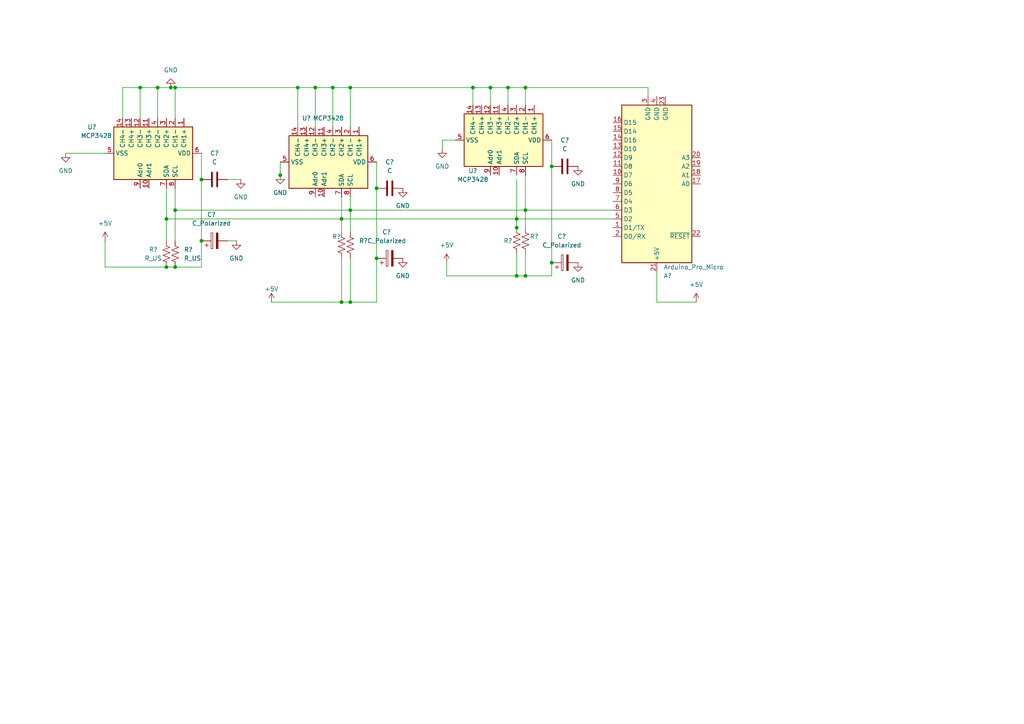
<source format=kicad_sch>
(kicad_sch (version 20230121) (generator eeschema)

  (uuid 16844ee0-cee9-4c67-862e-a32649e403e6)

  (paper "A4")

  (lib_symbols
    (symbol "Analog_ADC:MCP3428" (in_bom yes) (on_board yes)
      (property "Reference" "U" (at -3.81 11.43 0)
        (effects (font (size 1.27 1.27)) (justify right))
      )
      (property "Value" "MCP3428" (at 2.54 11.43 0)
        (effects (font (size 1.27 1.27)) (justify left))
      )
      (property "Footprint" "" (at 0 0 0)
        (effects (font (size 1.27 1.27)) hide)
      )
      (property "Datasheet" "http://ww1.microchip.com/downloads/en/DeviceDoc/22226a.pdf" (at 0 0 0)
        (effects (font (size 1.27 1.27)) hide)
      )
      (property "ki_keywords" "adc 4ch 16bit i2c" (at 0 0 0)
        (effects (font (size 1.27 1.27)) hide)
      )
      (property "ki_description" "16-Bit, Multi-Channel ΔΣ Analog-to-Digital Converter with I2C Interface and On-Board Reference, SOIC-14/TSSOP-14" (at 0 0 0)
        (effects (font (size 1.27 1.27)) hide)
      )
      (property "ki_fp_filters" "TSSOP*4.4x5mm*P0.65mm* SOIC*3.9x8.7mm*P1.27mm*" (at 0 0 0)
        (effects (font (size 1.27 1.27)) hide)
      )
      (symbol "MCP3428_0_1"
        (rectangle (start -7.62 10.16) (end 7.62 -12.7)
          (stroke (width 0.254) (type default))
          (fill (type background))
        )
      )
      (symbol "MCP3428_1_1"
        (pin input line (at -10.16 7.62 0) (length 2.54)
          (name "CH1+" (effects (font (size 1.27 1.27))))
          (number "1" (effects (font (size 1.27 1.27))))
        )
        (pin input line (at 10.16 -2.54 180) (length 2.54)
          (name "Adr1" (effects (font (size 1.27 1.27))))
          (number "10" (effects (font (size 1.27 1.27))))
        )
        (pin input line (at -10.16 -2.54 0) (length 2.54)
          (name "CH3+" (effects (font (size 1.27 1.27))))
          (number "11" (effects (font (size 1.27 1.27))))
        )
        (pin input line (at -10.16 -5.08 0) (length 2.54)
          (name "CH3-" (effects (font (size 1.27 1.27))))
          (number "12" (effects (font (size 1.27 1.27))))
        )
        (pin input line (at -10.16 -7.62 0) (length 2.54)
          (name "CH4+" (effects (font (size 1.27 1.27))))
          (number "13" (effects (font (size 1.27 1.27))))
        )
        (pin input line (at -10.16 -10.16 0) (length 2.54)
          (name "CH4-" (effects (font (size 1.27 1.27))))
          (number "14" (effects (font (size 1.27 1.27))))
        )
        (pin input line (at -10.16 5.08 0) (length 2.54)
          (name "CH1-" (effects (font (size 1.27 1.27))))
          (number "2" (effects (font (size 1.27 1.27))))
        )
        (pin input line (at -10.16 2.54 0) (length 2.54)
          (name "CH2+" (effects (font (size 1.27 1.27))))
          (number "3" (effects (font (size 1.27 1.27))))
        )
        (pin input line (at -10.16 0 0) (length 2.54)
          (name "CH2-" (effects (font (size 1.27 1.27))))
          (number "4" (effects (font (size 1.27 1.27))))
        )
        (pin power_in line (at 0 -15.24 90) (length 2.54)
          (name "VSS" (effects (font (size 1.27 1.27))))
          (number "5" (effects (font (size 1.27 1.27))))
        )
        (pin power_in line (at 0 12.7 270) (length 2.54)
          (name "VDD" (effects (font (size 1.27 1.27))))
          (number "6" (effects (font (size 1.27 1.27))))
        )
        (pin bidirectional line (at 10.16 2.54 180) (length 2.54)
          (name "SDA" (effects (font (size 1.27 1.27))))
          (number "7" (effects (font (size 1.27 1.27))))
        )
        (pin input line (at 10.16 5.08 180) (length 2.54)
          (name "SCL" (effects (font (size 1.27 1.27))))
          (number "8" (effects (font (size 1.27 1.27))))
        )
        (pin input line (at 10.16 -5.08 180) (length 2.54)
          (name "Adr0" (effects (font (size 1.27 1.27))))
          (number "9" (effects (font (size 1.27 1.27))))
        )
      )
    )
    (symbol "Device:C" (pin_numbers hide) (pin_names (offset 0.254)) (in_bom yes) (on_board yes)
      (property "Reference" "C" (at 0.635 2.54 0)
        (effects (font (size 1.27 1.27)) (justify left))
      )
      (property "Value" "C" (at 0.635 -2.54 0)
        (effects (font (size 1.27 1.27)) (justify left))
      )
      (property "Footprint" "" (at 0.9652 -3.81 0)
        (effects (font (size 1.27 1.27)) hide)
      )
      (property "Datasheet" "~" (at 0 0 0)
        (effects (font (size 1.27 1.27)) hide)
      )
      (property "ki_keywords" "cap capacitor" (at 0 0 0)
        (effects (font (size 1.27 1.27)) hide)
      )
      (property "ki_description" "Unpolarized capacitor" (at 0 0 0)
        (effects (font (size 1.27 1.27)) hide)
      )
      (property "ki_fp_filters" "C_*" (at 0 0 0)
        (effects (font (size 1.27 1.27)) hide)
      )
      (symbol "C_0_1"
        (polyline
          (pts
            (xy -2.032 -0.762)
            (xy 2.032 -0.762)
          )
          (stroke (width 0.508) (type default))
          (fill (type none))
        )
        (polyline
          (pts
            (xy -2.032 0.762)
            (xy 2.032 0.762)
          )
          (stroke (width 0.508) (type default))
          (fill (type none))
        )
      )
      (symbol "C_1_1"
        (pin passive line (at 0 3.81 270) (length 2.794)
          (name "~" (effects (font (size 1.27 1.27))))
          (number "1" (effects (font (size 1.27 1.27))))
        )
        (pin passive line (at 0 -3.81 90) (length 2.794)
          (name "~" (effects (font (size 1.27 1.27))))
          (number "2" (effects (font (size 1.27 1.27))))
        )
      )
    )
    (symbol "Device:C_Polarized" (pin_numbers hide) (pin_names (offset 0.254)) (in_bom yes) (on_board yes)
      (property "Reference" "C" (at 0.635 2.54 0)
        (effects (font (size 1.27 1.27)) (justify left))
      )
      (property "Value" "C_Polarized" (at 0.635 -2.54 0)
        (effects (font (size 1.27 1.27)) (justify left))
      )
      (property "Footprint" "" (at 0.9652 -3.81 0)
        (effects (font (size 1.27 1.27)) hide)
      )
      (property "Datasheet" "~" (at 0 0 0)
        (effects (font (size 1.27 1.27)) hide)
      )
      (property "ki_keywords" "cap capacitor" (at 0 0 0)
        (effects (font (size 1.27 1.27)) hide)
      )
      (property "ki_description" "Polarized capacitor" (at 0 0 0)
        (effects (font (size 1.27 1.27)) hide)
      )
      (property "ki_fp_filters" "CP_*" (at 0 0 0)
        (effects (font (size 1.27 1.27)) hide)
      )
      (symbol "C_Polarized_0_1"
        (rectangle (start -2.286 0.508) (end 2.286 1.016)
          (stroke (width 0) (type default))
          (fill (type none))
        )
        (polyline
          (pts
            (xy -1.778 2.286)
            (xy -0.762 2.286)
          )
          (stroke (width 0) (type default))
          (fill (type none))
        )
        (polyline
          (pts
            (xy -1.27 2.794)
            (xy -1.27 1.778)
          )
          (stroke (width 0) (type default))
          (fill (type none))
        )
        (rectangle (start 2.286 -0.508) (end -2.286 -1.016)
          (stroke (width 0) (type default))
          (fill (type outline))
        )
      )
      (symbol "C_Polarized_1_1"
        (pin passive line (at 0 3.81 270) (length 2.794)
          (name "~" (effects (font (size 1.27 1.27))))
          (number "1" (effects (font (size 1.27 1.27))))
        )
        (pin passive line (at 0 -3.81 90) (length 2.794)
          (name "~" (effects (font (size 1.27 1.27))))
          (number "2" (effects (font (size 1.27 1.27))))
        )
      )
    )
    (symbol "Device:R_US" (pin_numbers hide) (pin_names (offset 0)) (in_bom yes) (on_board yes)
      (property "Reference" "R" (at 2.54 0 90)
        (effects (font (size 1.27 1.27)))
      )
      (property "Value" "R_US" (at -2.54 0 90)
        (effects (font (size 1.27 1.27)))
      )
      (property "Footprint" "" (at 1.016 -0.254 90)
        (effects (font (size 1.27 1.27)) hide)
      )
      (property "Datasheet" "~" (at 0 0 0)
        (effects (font (size 1.27 1.27)) hide)
      )
      (property "ki_keywords" "R res resistor" (at 0 0 0)
        (effects (font (size 1.27 1.27)) hide)
      )
      (property "ki_description" "Resistor, US symbol" (at 0 0 0)
        (effects (font (size 1.27 1.27)) hide)
      )
      (property "ki_fp_filters" "R_*" (at 0 0 0)
        (effects (font (size 1.27 1.27)) hide)
      )
      (symbol "R_US_0_1"
        (polyline
          (pts
            (xy 0 -2.286)
            (xy 0 -2.54)
          )
          (stroke (width 0) (type default))
          (fill (type none))
        )
        (polyline
          (pts
            (xy 0 2.286)
            (xy 0 2.54)
          )
          (stroke (width 0) (type default))
          (fill (type none))
        )
        (polyline
          (pts
            (xy 0 -0.762)
            (xy 1.016 -1.143)
            (xy 0 -1.524)
            (xy -1.016 -1.905)
            (xy 0 -2.286)
          )
          (stroke (width 0) (type default))
          (fill (type none))
        )
        (polyline
          (pts
            (xy 0 0.762)
            (xy 1.016 0.381)
            (xy 0 0)
            (xy -1.016 -0.381)
            (xy 0 -0.762)
          )
          (stroke (width 0) (type default))
          (fill (type none))
        )
        (polyline
          (pts
            (xy 0 2.286)
            (xy 1.016 1.905)
            (xy 0 1.524)
            (xy -1.016 1.143)
            (xy 0 0.762)
          )
          (stroke (width 0) (type default))
          (fill (type none))
        )
      )
      (symbol "R_US_1_1"
        (pin passive line (at 0 3.81 270) (length 1.27)
          (name "~" (effects (font (size 1.27 1.27))))
          (number "1" (effects (font (size 1.27 1.27))))
        )
        (pin passive line (at 0 -3.81 90) (length 1.27)
          (name "~" (effects (font (size 1.27 1.27))))
          (number "2" (effects (font (size 1.27 1.27))))
        )
      )
    )
    (symbol "my_Arduino:Arduino_pro_micro" (in_bom yes) (on_board yes)
      (property "Reference" "A" (at -10.16 23.495 0)
        (effects (font (size 1.27 1.27)) (justify left bottom))
      )
      (property "Value" "Arduino_Pro_Micro" (at 5.08 -24.13 0)
        (effects (font (size 1.27 1.27)) (justify left top))
      )
      (property "Footprint" "Module:Arduino_Nano" (at 0 0 0)
        (effects (font (size 1.27 1.27) italic) hide)
      )
      (property "Datasheet" "" (at 2.54 3.81 0)
        (effects (font (size 1.27 1.27)) hide)
      )
      (property "ki_keywords" "Arduino nano microcontroller module USB" (at 0 0 0)
        (effects (font (size 1.27 1.27)) hide)
      )
      (property "ki_description" "Arduino Nano v2.x" (at 0 0 0)
        (effects (font (size 1.27 1.27)) hide)
      )
      (property "ki_fp_filters" "Arduino*Nano*" (at 0 0 0)
        (effects (font (size 1.27 1.27)) hide)
      )
      (symbol "Arduino_pro_micro_0_1"
        (rectangle (start -10.16 22.86) (end 10.16 -22.86)
          (stroke (width 0.254) (type default))
          (fill (type background))
        )
      )
      (symbol "Arduino_pro_micro_1_1"
        (pin bidirectional line (at -12.7 12.7 0) (length 2.54)
          (name "D1/TX" (effects (font (size 1.27 1.27))))
          (number "1" (effects (font (size 1.27 1.27))))
        )
        (pin bidirectional line (at -12.7 -2.54 0) (length 2.54)
          (name "D7" (effects (font (size 1.27 1.27))))
          (number "10" (effects (font (size 1.27 1.27))))
        )
        (pin bidirectional line (at -12.7 -5.08 0) (length 2.54)
          (name "D8" (effects (font (size 1.27 1.27))))
          (number "11" (effects (font (size 1.27 1.27))))
        )
        (pin bidirectional line (at -12.7 -7.62 0) (length 2.54)
          (name "D9" (effects (font (size 1.27 1.27))))
          (number "12" (effects (font (size 1.27 1.27))))
        )
        (pin bidirectional line (at -12.7 -10.16 0) (length 2.54)
          (name "D10" (effects (font (size 1.27 1.27))))
          (number "13" (effects (font (size 1.27 1.27))))
        )
        (pin bidirectional line (at -12.7 -12.7 0) (length 2.54)
          (name "D16" (effects (font (size 1.27 1.27))))
          (number "14" (effects (font (size 1.27 1.27))))
        )
        (pin bidirectional line (at -12.7 -15.24 0) (length 2.54)
          (name "D14" (effects (font (size 1.27 1.27))))
          (number "15" (effects (font (size 1.27 1.27))))
        )
        (pin bidirectional line (at -12.7 -17.78 0) (length 2.54)
          (name "D15" (effects (font (size 1.27 1.27))))
          (number "16" (effects (font (size 1.27 1.27))))
        )
        (pin bidirectional line (at 12.7 0 180) (length 2.54)
          (name "A0" (effects (font (size 1.27 1.27))))
          (number "17" (effects (font (size 1.27 1.27))))
        )
        (pin bidirectional line (at 12.7 -2.54 180) (length 2.54)
          (name "A1" (effects (font (size 1.27 1.27))))
          (number "18" (effects (font (size 1.27 1.27))))
        )
        (pin bidirectional line (at 12.7 -5.08 180) (length 2.54)
          (name "A2" (effects (font (size 1.27 1.27))))
          (number "19" (effects (font (size 1.27 1.27))))
        )
        (pin bidirectional line (at -12.7 15.24 0) (length 2.54)
          (name "D0/RX" (effects (font (size 1.27 1.27))))
          (number "2" (effects (font (size 1.27 1.27))))
        )
        (pin bidirectional line (at 12.7 -7.62 180) (length 2.54)
          (name "A3" (effects (font (size 1.27 1.27))))
          (number "20" (effects (font (size 1.27 1.27))))
        )
        (pin power_out line (at 0 25.4 270) (length 2.54)
          (name "+5V" (effects (font (size 1.27 1.27))))
          (number "21" (effects (font (size 1.27 1.27))))
        )
        (pin input line (at 12.7 15.24 180) (length 2.54)
          (name "~{RESET}" (effects (font (size 1.27 1.27))))
          (number "22" (effects (font (size 1.27 1.27))))
        )
        (pin power_in line (at 2.54 -25.4 90) (length 2.54)
          (name "GND" (effects (font (size 1.27 1.27))))
          (number "23" (effects (font (size 1.27 1.27))))
        )
        (pin power_in line (at -2.54 -25.4 90) (length 2.54)
          (name "GND" (effects (font (size 1.27 1.27))))
          (number "3" (effects (font (size 1.27 1.27))))
        )
        (pin power_in line (at 0 -25.4 90) (length 2.54)
          (name "GND" (effects (font (size 1.27 1.27))))
          (number "4" (effects (font (size 1.27 1.27))))
        )
        (pin bidirectional line (at -12.7 10.16 0) (length 2.54)
          (name "D2" (effects (font (size 1.27 1.27))))
          (number "5" (effects (font (size 1.27 1.27))))
        )
        (pin bidirectional line (at -12.7 7.62 0) (length 2.54)
          (name "D3" (effects (font (size 1.27 1.27))))
          (number "6" (effects (font (size 1.27 1.27))))
        )
        (pin bidirectional line (at -12.7 5.08 0) (length 2.54)
          (name "D4" (effects (font (size 1.27 1.27))))
          (number "7" (effects (font (size 1.27 1.27))))
        )
        (pin bidirectional line (at -12.7 2.54 0) (length 2.54)
          (name "D5" (effects (font (size 1.27 1.27))))
          (number "8" (effects (font (size 1.27 1.27))))
        )
        (pin bidirectional line (at -12.7 0 0) (length 2.54)
          (name "D6" (effects (font (size 1.27 1.27))))
          (number "9" (effects (font (size 1.27 1.27))))
        )
      )
    )
    (symbol "power:+5V" (power) (pin_names (offset 0)) (in_bom yes) (on_board yes)
      (property "Reference" "#PWR" (at 0 -3.81 0)
        (effects (font (size 1.27 1.27)) hide)
      )
      (property "Value" "+5V" (at 0 3.556 0)
        (effects (font (size 1.27 1.27)))
      )
      (property "Footprint" "" (at 0 0 0)
        (effects (font (size 1.27 1.27)) hide)
      )
      (property "Datasheet" "" (at 0 0 0)
        (effects (font (size 1.27 1.27)) hide)
      )
      (property "ki_keywords" "global power" (at 0 0 0)
        (effects (font (size 1.27 1.27)) hide)
      )
      (property "ki_description" "Power symbol creates a global label with name \"+5V\"" (at 0 0 0)
        (effects (font (size 1.27 1.27)) hide)
      )
      (symbol "+5V_0_1"
        (polyline
          (pts
            (xy -0.762 1.27)
            (xy 0 2.54)
          )
          (stroke (width 0) (type default))
          (fill (type none))
        )
        (polyline
          (pts
            (xy 0 0)
            (xy 0 2.54)
          )
          (stroke (width 0) (type default))
          (fill (type none))
        )
        (polyline
          (pts
            (xy 0 2.54)
            (xy 0.762 1.27)
          )
          (stroke (width 0) (type default))
          (fill (type none))
        )
      )
      (symbol "+5V_1_1"
        (pin power_in line (at 0 0 90) (length 0) hide
          (name "+5V" (effects (font (size 1.27 1.27))))
          (number "1" (effects (font (size 1.27 1.27))))
        )
      )
    )
    (symbol "power:GND" (power) (pin_names (offset 0)) (in_bom yes) (on_board yes)
      (property "Reference" "#PWR" (at 0 -6.35 0)
        (effects (font (size 1.27 1.27)) hide)
      )
      (property "Value" "GND" (at 0 -3.81 0)
        (effects (font (size 1.27 1.27)))
      )
      (property "Footprint" "" (at 0 0 0)
        (effects (font (size 1.27 1.27)) hide)
      )
      (property "Datasheet" "" (at 0 0 0)
        (effects (font (size 1.27 1.27)) hide)
      )
      (property "ki_keywords" "global power" (at 0 0 0)
        (effects (font (size 1.27 1.27)) hide)
      )
      (property "ki_description" "Power symbol creates a global label with name \"GND\" , ground" (at 0 0 0)
        (effects (font (size 1.27 1.27)) hide)
      )
      (symbol "GND_0_1"
        (polyline
          (pts
            (xy 0 0)
            (xy 0 -1.27)
            (xy 1.27 -1.27)
            (xy 0 -2.54)
            (xy -1.27 -1.27)
            (xy 0 -1.27)
          )
          (stroke (width 0) (type default))
          (fill (type none))
        )
      )
      (symbol "GND_1_1"
        (pin power_in line (at 0 0 270) (length 0) hide
          (name "GND" (effects (font (size 1.27 1.27))))
          (number "1" (effects (font (size 1.27 1.27))))
        )
      )
    )
  )

  (junction (at 101.6 87.63) (diameter 0) (color 0 0 0 0)
    (uuid 03c6069f-8bd9-47eb-9b07-ea7d6211351b)
  )
  (junction (at 147.32 25.4) (diameter 0) (color 0 0 0 0)
    (uuid 05878527-751d-451c-9143-1bb70ea93379)
  )
  (junction (at 96.52 25.4) (diameter 0) (color 0 0 0 0)
    (uuid 093ae4b5-f9c1-4eae-86bb-517df9d21825)
  )
  (junction (at 40.64 25.4) (diameter 0) (color 0 0 0 0)
    (uuid 0946b981-af8c-4f26-a2cd-804178842abd)
  )
  (junction (at 152.4 60.96) (diameter 0) (color 0 0 0 0)
    (uuid 0c1d8a8a-ef19-4a62-ba0d-374bfbeb03b1)
  )
  (junction (at 49.53 25.4) (diameter 0) (color 0 0 0 0)
    (uuid 14bfef0b-d766-459a-aea0-7a6be1805346)
  )
  (junction (at 149.86 80.01) (diameter 0) (color 0 0 0 0)
    (uuid 1528fc50-02ce-47eb-a9af-15a1f674500c)
  )
  (junction (at 48.26 63.5) (diameter 0) (color 0 0 0 0)
    (uuid 43be013a-869b-4f5a-b3dc-3213d9012bd1)
  )
  (junction (at 149.86 63.5) (diameter 0) (color 0 0 0 0)
    (uuid 50a54d36-bd13-43bb-b77c-3140b6ad7165)
  )
  (junction (at 137.16 25.4) (diameter 0) (color 0 0 0 0)
    (uuid 5c7f8fe5-3120-4955-b0f8-9f7f58bfdf8d)
  )
  (junction (at 50.8 25.4) (diameter 0) (color 0 0 0 0)
    (uuid 5d7c87a9-7637-47c8-a252-c8fd51984423)
  )
  (junction (at 152.4 25.4) (diameter 0) (color 0 0 0 0)
    (uuid 65212b7a-7f3a-4edd-b962-3675fec0233d)
  )
  (junction (at 91.44 25.4) (diameter 0) (color 0 0 0 0)
    (uuid 6b713527-1951-4bb5-ab73-25dccc5c6071)
  )
  (junction (at 99.06 87.63) (diameter 0) (color 0 0 0 0)
    (uuid 6c9459a4-2146-4a0e-8049-b32034a72a43)
  )
  (junction (at 160.02 76.2) (diameter 0) (color 0 0 0 0)
    (uuid 6d4c3432-33e0-4ba9-95ce-4d3766eddb1f)
  )
  (junction (at 101.6 25.4) (diameter 0) (color 0 0 0 0)
    (uuid 7aae1413-7270-4fb8-a5da-65f187c3688c)
  )
  (junction (at 101.6 60.96) (diameter 0) (color 0 0 0 0)
    (uuid 7b1bcefb-9bce-4e71-9692-125706cb02a5)
  )
  (junction (at 109.22 54.61) (diameter 0) (color 0 0 0 0)
    (uuid 7be081e1-ab0a-4e4e-a5c3-0225f6c99dca)
  )
  (junction (at 142.24 25.4) (diameter 0) (color 0 0 0 0)
    (uuid 850a4f84-9d13-4b77-9587-e3d5c5bfe7ed)
  )
  (junction (at 50.8 60.96) (diameter 0) (color 0 0 0 0)
    (uuid 96452a17-ea23-4fb7-b862-96ba5f9d30ea)
  )
  (junction (at 99.06 63.5) (diameter 0) (color 0 0 0 0)
    (uuid 96e5edeb-5534-439e-915b-2e35257aab0f)
  )
  (junction (at 109.22 74.93) (diameter 0) (color 0 0 0 0)
    (uuid 99b0d18a-c563-4fe2-9fa5-7c49cbf6bbae)
  )
  (junction (at 45.72 25.4) (diameter 0) (color 0 0 0 0)
    (uuid a07b576f-8091-428b-a7c7-7c7ce90781dc)
  )
  (junction (at 48.26 77.47) (diameter 0) (color 0 0 0 0)
    (uuid a5b06bbf-a1df-4e07-abf7-d71f04918af7)
  )
  (junction (at 81.28 50.8) (diameter 0) (color 0 0 0 0)
    (uuid a63c7052-5534-4b9c-aa00-e5ac6b5fb9ce)
  )
  (junction (at 160.02 48.26) (diameter 0) (color 0 0 0 0)
    (uuid b0383816-f2ff-4e8c-b7d4-a8ebd6e5ed76)
  )
  (junction (at 86.36 25.4) (diameter 0) (color 0 0 0 0)
    (uuid b10a143e-6508-4bd3-9902-b03d7d9314f4)
  )
  (junction (at 152.4 80.01) (diameter 0) (color 0 0 0 0)
    (uuid c9f006ab-873a-494d-95e7-9f7846164415)
  )
  (junction (at 58.42 69.85) (diameter 0) (color 0 0 0 0)
    (uuid d6335d40-a3bf-4717-8ef5-a66ce0cdf825)
  )
  (junction (at 50.8 77.47) (diameter 0) (color 0 0 0 0)
    (uuid e864a2bd-f549-4bea-93fa-bce95db737c4)
  )
  (junction (at 58.42 52.07) (diameter 0) (color 0 0 0 0)
    (uuid eb8f103d-50d3-4342-9444-2828de20bd4d)
  )
  (junction (at 149.86 66.04) (diameter 0) (color 0 0 0 0)
    (uuid eb9c7e8c-88e1-4613-8a73-9cd6741bf5ef)
  )

  (wire (pts (xy 160.02 40.64) (xy 160.02 48.26))
    (stroke (width 0) (type default))
    (uuid 01a8b88f-b2fd-4026-a781-44eb65da2980)
  )
  (wire (pts (xy 101.6 60.96) (xy 152.4 60.96))
    (stroke (width 0) (type default))
    (uuid 041d0f7a-554c-4a03-bb5c-071b32a814ee)
  )
  (wire (pts (xy 45.72 25.4) (xy 49.53 25.4))
    (stroke (width 0) (type default))
    (uuid 04ef7b13-c562-4893-b3c4-0afd4702a6c2)
  )
  (wire (pts (xy 96.52 25.4) (xy 101.6 25.4))
    (stroke (width 0) (type default))
    (uuid 07e615ef-db26-498c-99c3-9e9e0c82731f)
  )
  (wire (pts (xy 147.32 25.4) (xy 152.4 25.4))
    (stroke (width 0) (type default))
    (uuid 08dfe3ee-0e66-495d-aadd-b0c00945a060)
  )
  (wire (pts (xy 152.4 30.48) (xy 152.4 25.4))
    (stroke (width 0) (type default))
    (uuid 1311c317-f59b-4902-bddc-f829b7fa479b)
  )
  (wire (pts (xy 160.02 80.01) (xy 152.4 80.01))
    (stroke (width 0) (type default))
    (uuid 15d01270-2a4d-4f5b-9cd8-40c2485052c5)
  )
  (wire (pts (xy 132.08 40.64) (xy 128.27 40.64))
    (stroke (width 0) (type default))
    (uuid 16a178d6-5b0e-48f3-86b1-7c712a544584)
  )
  (wire (pts (xy 48.26 77.47) (xy 50.8 77.47))
    (stroke (width 0) (type default))
    (uuid 16c89ca3-f888-4117-b3af-b23f326ba31a)
  )
  (wire (pts (xy 101.6 60.96) (xy 101.6 67.31))
    (stroke (width 0) (type default))
    (uuid 1a4bce35-e186-4638-9740-205999cfc919)
  )
  (wire (pts (xy 152.4 60.96) (xy 152.4 66.04))
    (stroke (width 0) (type default))
    (uuid 1a521249-831d-4ea3-8edc-2c9b35a33ece)
  )
  (wire (pts (xy 91.44 36.83) (xy 91.44 25.4))
    (stroke (width 0) (type default))
    (uuid 1bf2a67b-ce23-4f4e-9e7d-df4db652f09a)
  )
  (wire (pts (xy 149.86 52.07) (xy 149.86 63.5))
    (stroke (width 0) (type default))
    (uuid 1d0bf766-d1da-419d-8b12-1a90c0a57069)
  )
  (wire (pts (xy 35.56 34.29) (xy 35.56 25.4))
    (stroke (width 0) (type default))
    (uuid 20d93129-fc78-48c2-9a10-9599e894eecb)
  )
  (wire (pts (xy 50.8 60.96) (xy 101.6 60.96))
    (stroke (width 0) (type default))
    (uuid 22b087c4-14a5-4d6e-a9e4-cb42020d9665)
  )
  (wire (pts (xy 99.06 63.5) (xy 99.06 67.31))
    (stroke (width 0) (type default))
    (uuid 263b03f5-a17a-4859-b5a9-e35e912c0f82)
  )
  (wire (pts (xy 50.8 25.4) (xy 86.36 25.4))
    (stroke (width 0) (type default))
    (uuid 266811d7-c3a4-4e1b-a5c4-dfab833f300b)
  )
  (wire (pts (xy 101.6 57.15) (xy 101.6 60.96))
    (stroke (width 0) (type default))
    (uuid 2914d360-7fec-4741-b476-885c9f360b13)
  )
  (wire (pts (xy 149.86 73.66) (xy 149.86 80.01))
    (stroke (width 0) (type default))
    (uuid 297dc28f-987c-4e89-8777-8a6af7cfe578)
  )
  (wire (pts (xy 190.5 78.74) (xy 190.5 87.63))
    (stroke (width 0) (type default))
    (uuid 2d4ca9d5-63e6-45fb-a62a-da88e9755726)
  )
  (wire (pts (xy 58.42 52.07) (xy 58.42 69.85))
    (stroke (width 0) (type default))
    (uuid 2f0549ab-bb3f-4a95-a505-14db3de97fe5)
  )
  (wire (pts (xy 50.8 60.96) (xy 50.8 69.85))
    (stroke (width 0) (type default))
    (uuid 2f56c8c0-fd49-4925-ac1c-2de40e76b97c)
  )
  (wire (pts (xy 66.04 52.07) (xy 69.85 52.07))
    (stroke (width 0) (type default))
    (uuid 32cca0c2-79f6-420f-9e8e-30824614847d)
  )
  (wire (pts (xy 86.36 25.4) (xy 91.44 25.4))
    (stroke (width 0) (type default))
    (uuid 3571d5bc-f022-4169-b4ef-46ca8bcb6422)
  )
  (wire (pts (xy 35.56 25.4) (xy 40.64 25.4))
    (stroke (width 0) (type default))
    (uuid 3f62db72-2905-4073-8062-06dd17719d8d)
  )
  (wire (pts (xy 101.6 36.83) (xy 101.6 25.4))
    (stroke (width 0) (type default))
    (uuid 4026bee7-8096-4be5-aa05-0f746b22b836)
  )
  (wire (pts (xy 50.8 54.61) (xy 50.8 60.96))
    (stroke (width 0) (type default))
    (uuid 428c7566-cf12-4a75-9c13-0c222d21bc08)
  )
  (wire (pts (xy 152.4 73.66) (xy 152.4 80.01))
    (stroke (width 0) (type default))
    (uuid 467b5d5b-58d6-4be8-bd0c-2cf52215e610)
  )
  (wire (pts (xy 149.86 63.5) (xy 149.86 66.04))
    (stroke (width 0) (type default))
    (uuid 5509983a-2d4d-4bb6-9253-47837b00faf3)
  )
  (wire (pts (xy 137.16 30.48) (xy 137.16 25.4))
    (stroke (width 0) (type default))
    (uuid 5764c18e-d2b2-4bc4-84ec-c52c947a5531)
  )
  (wire (pts (xy 129.54 80.01) (xy 129.54 76.2))
    (stroke (width 0) (type default))
    (uuid 605f44d1-b617-41bc-a731-a3a0b9b43dc6)
  )
  (wire (pts (xy 109.22 46.99) (xy 109.22 54.61))
    (stroke (width 0) (type default))
    (uuid 64c7f0a2-b622-4d5b-816d-4293b3a40af6)
  )
  (wire (pts (xy 50.8 34.29) (xy 50.8 25.4))
    (stroke (width 0) (type default))
    (uuid 66aecfc6-d233-4c28-80d9-7fd1e27257b1)
  )
  (wire (pts (xy 109.22 54.61) (xy 109.22 74.93))
    (stroke (width 0) (type default))
    (uuid 686ecea6-d441-45a4-bfa3-492867edd152)
  )
  (wire (pts (xy 149.86 63.5) (xy 177.8 63.5))
    (stroke (width 0) (type default))
    (uuid 6882834c-ad47-4eb4-8602-8a995ecc0cc6)
  )
  (wire (pts (xy 40.64 34.29) (xy 40.64 25.4))
    (stroke (width 0) (type default))
    (uuid 6a052780-cb64-47cc-8aab-6c111ef2c1e5)
  )
  (wire (pts (xy 81.28 50.8) (xy 81.28 52.07))
    (stroke (width 0) (type default))
    (uuid 6beab4e5-f648-4fa3-86c1-ce3008274a1b)
  )
  (wire (pts (xy 45.72 34.29) (xy 45.72 25.4))
    (stroke (width 0) (type default))
    (uuid 6f73c57f-dc30-4968-a99c-43716a34573a)
  )
  (wire (pts (xy 81.28 46.99) (xy 81.28 50.8))
    (stroke (width 0) (type default))
    (uuid 6f9c49d3-b229-4bde-8564-094255d9efa7)
  )
  (wire (pts (xy 48.26 63.5) (xy 48.26 69.85))
    (stroke (width 0) (type default))
    (uuid 704595a6-3eb1-4c40-af06-960a765ec4af)
  )
  (wire (pts (xy 149.86 80.01) (xy 152.4 80.01))
    (stroke (width 0) (type default))
    (uuid 75a31073-070b-4f2c-8f0a-6cba20e7e1c9)
  )
  (wire (pts (xy 187.96 25.4) (xy 152.4 25.4))
    (stroke (width 0) (type default))
    (uuid 78e611a7-2c08-49ec-9535-c229f23ccb93)
  )
  (wire (pts (xy 152.4 60.96) (xy 177.8 60.96))
    (stroke (width 0) (type default))
    (uuid 7cb9cc9f-54ca-4399-8a6c-e39eaef30f97)
  )
  (wire (pts (xy 160.02 76.2) (xy 160.02 80.01))
    (stroke (width 0) (type default))
    (uuid 7cd7045b-97b8-4dcb-a488-04ef586b3f21)
  )
  (wire (pts (xy 190.5 87.63) (xy 201.93 87.63))
    (stroke (width 0) (type default))
    (uuid 7dc2c4e5-056e-4923-b8e3-1b557aeef45d)
  )
  (wire (pts (xy 99.06 57.15) (xy 99.06 63.5))
    (stroke (width 0) (type default))
    (uuid 8034f8d0-bfd4-4a9b-ad91-4c6f11f75598)
  )
  (wire (pts (xy 101.6 87.63) (xy 99.06 87.63))
    (stroke (width 0) (type default))
    (uuid 80477e3e-bc8e-42c1-b513-2a31fd29b7f0)
  )
  (wire (pts (xy 86.36 36.83) (xy 86.36 25.4))
    (stroke (width 0) (type default))
    (uuid 81883649-fd55-4945-8e7e-bcc627a2846b)
  )
  (wire (pts (xy 149.86 66.04) (xy 149.86 67.31))
    (stroke (width 0) (type default))
    (uuid 8b94c6fe-8168-4e69-b9a9-22fc8007972d)
  )
  (wire (pts (xy 40.64 25.4) (xy 45.72 25.4))
    (stroke (width 0) (type default))
    (uuid 8de5f374-e689-4c88-8b75-c42694650236)
  )
  (wire (pts (xy 48.26 63.5) (xy 99.06 63.5))
    (stroke (width 0) (type default))
    (uuid 8f1bbbe9-2475-4bc2-bfa5-b78c49ab8bb6)
  )
  (wire (pts (xy 99.06 63.5) (xy 149.86 63.5))
    (stroke (width 0) (type default))
    (uuid 8fd3431a-2d61-47f9-a782-4ed224044853)
  )
  (wire (pts (xy 50.8 77.47) (xy 58.42 77.47))
    (stroke (width 0) (type default))
    (uuid 96be40b6-5fd9-43ec-9edc-f5e3b3d85e40)
  )
  (wire (pts (xy 142.24 25.4) (xy 147.32 25.4))
    (stroke (width 0) (type default))
    (uuid 98935f6d-b10c-4936-b401-9e8e472972a0)
  )
  (wire (pts (xy 129.54 80.01) (xy 149.86 80.01))
    (stroke (width 0) (type default))
    (uuid 996d682f-da65-4d29-80e0-b3be6297b26e)
  )
  (wire (pts (xy 137.16 25.4) (xy 142.24 25.4))
    (stroke (width 0) (type default))
    (uuid 9b27561f-9c18-4155-a7c6-edeceb3f3363)
  )
  (wire (pts (xy 152.4 50.8) (xy 152.4 60.96))
    (stroke (width 0) (type default))
    (uuid a70e9adb-78ab-42cb-b2ab-406323b0b841)
  )
  (wire (pts (xy 58.42 44.45) (xy 58.42 52.07))
    (stroke (width 0) (type default))
    (uuid a743b54d-3453-4bd7-9cb0-558449621f42)
  )
  (wire (pts (xy 101.6 74.93) (xy 101.6 87.63))
    (stroke (width 0) (type default))
    (uuid acf438bf-5420-4e0c-8bec-066ea95bc5eb)
  )
  (wire (pts (xy 91.44 25.4) (xy 96.52 25.4))
    (stroke (width 0) (type default))
    (uuid aebeabe6-32cf-495f-9a0b-60b7680b3275)
  )
  (wire (pts (xy 109.22 74.93) (xy 109.22 87.63))
    (stroke (width 0) (type default))
    (uuid afe3c5fb-d813-4e88-b509-0198a22ba72a)
  )
  (wire (pts (xy 49.53 25.4) (xy 50.8 25.4))
    (stroke (width 0) (type default))
    (uuid b3227968-4248-4cac-ae03-2f8367a769fa)
  )
  (wire (pts (xy 109.22 87.63) (xy 101.6 87.63))
    (stroke (width 0) (type default))
    (uuid b43f4e02-35dd-4e04-b4a1-b88782086eca)
  )
  (wire (pts (xy 160.02 48.26) (xy 160.02 76.2))
    (stroke (width 0) (type default))
    (uuid b67db014-8a48-41bd-ab19-f863200cd339)
  )
  (wire (pts (xy 187.96 27.94) (xy 187.96 25.4))
    (stroke (width 0) (type default))
    (uuid bc44974f-52e7-4c0a-ad26-d065f68a0bd5)
  )
  (wire (pts (xy 142.24 30.48) (xy 142.24 25.4))
    (stroke (width 0) (type default))
    (uuid c8c9d2f9-e5e3-4612-aedd-5e20d9fe0a7a)
  )
  (wire (pts (xy 147.32 30.48) (xy 147.32 25.4))
    (stroke (width 0) (type default))
    (uuid cbcfcfd8-1f62-4b16-976d-5761e2b2d94f)
  )
  (wire (pts (xy 19.05 44.45) (xy 30.48 44.45))
    (stroke (width 0) (type default))
    (uuid d7a3e53f-ce48-46f0-b86d-c60c2dedd834)
  )
  (wire (pts (xy 66.04 69.85) (xy 68.58 69.85))
    (stroke (width 0) (type default))
    (uuid dd27137a-e3c6-468e-a4ce-fda73d79ba00)
  )
  (wire (pts (xy 58.42 69.85) (xy 58.42 77.47))
    (stroke (width 0) (type default))
    (uuid ddbfdcef-dffa-4e19-a86f-4f25a4ccf740)
  )
  (wire (pts (xy 48.26 54.61) (xy 48.26 63.5))
    (stroke (width 0) (type default))
    (uuid e0ddbcc4-12b2-4fab-9849-c7e92e48ae0c)
  )
  (wire (pts (xy 30.48 77.47) (xy 48.26 77.47))
    (stroke (width 0) (type default))
    (uuid e0e56da4-39ae-4eea-bbef-6a2fa8b1cf02)
  )
  (wire (pts (xy 101.6 25.4) (xy 137.16 25.4))
    (stroke (width 0) (type default))
    (uuid e824b884-6e92-499c-b73e-76db1e326cfb)
  )
  (wire (pts (xy 30.48 77.47) (xy 30.48 69.85))
    (stroke (width 0) (type default))
    (uuid ec40d5f0-227d-4b26-8f30-33fabc717e4a)
  )
  (wire (pts (xy 128.27 40.64) (xy 128.27 43.18))
    (stroke (width 0) (type default))
    (uuid f6744efd-2190-4f32-843b-0d58f56aee21)
  )
  (wire (pts (xy 96.52 36.83) (xy 96.52 25.4))
    (stroke (width 0) (type default))
    (uuid f77aaa99-291c-4a33-aef5-1681c748d409)
  )
  (wire (pts (xy 99.06 74.93) (xy 99.06 87.63))
    (stroke (width 0) (type default))
    (uuid f86dd71d-061c-4305-bf87-c8fbee3a0433)
  )
  (wire (pts (xy 99.06 87.63) (xy 78.74 87.63))
    (stroke (width 0) (type default))
    (uuid f880d96c-e000-491c-b98c-4803455fdccc)
  )

  (symbol (lib_id "Device:C") (at 163.83 48.26 90) (unit 1)
    (in_bom yes) (on_board yes) (dnp no) (fields_autoplaced)
    (uuid 0261f176-b8f5-4fa2-b355-b7fb696e7e71)
    (property "Reference" "C?" (at 163.83 40.64 90)
      (effects (font (size 1.27 1.27)))
    )
    (property "Value" "C" (at 163.83 43.18 90)
      (effects (font (size 1.27 1.27)))
    )
    (property "Footprint" "" (at 167.64 47.2948 0)
      (effects (font (size 1.27 1.27)) hide)
    )
    (property "Datasheet" "~" (at 163.83 48.26 0)
      (effects (font (size 1.27 1.27)) hide)
    )
    (pin "1" (uuid 3fcc770d-909a-4f5c-8be1-39bd74805cc5))
    (pin "2" (uuid 821b0ad2-5a02-4b04-a4ca-69a57dcaaa81))
    (instances
      (project "monitor_board"
        (path "/16844ee0-cee9-4c67-862e-a32649e403e6"
          (reference "C?") (unit 1)
        )
      )
    )
  )

  (symbol (lib_id "Analog_ADC:MCP3428") (at 45.72 44.45 270) (unit 1)
    (in_bom yes) (on_board yes) (dnp no)
    (uuid 0d56200a-656a-41d8-ae57-de3930091485)
    (property "Reference" "U?" (at 26.67 36.83 90)
      (effects (font (size 1.27 1.27)))
    )
    (property "Value" "MCP3428" (at 27.94 39.37 90)
      (effects (font (size 1.27 1.27)))
    )
    (property "Footprint" "" (at 45.72 44.45 0)
      (effects (font (size 1.27 1.27)) hide)
    )
    (property "Datasheet" "http://ww1.microchip.com/downloads/en/DeviceDoc/22226a.pdf" (at 45.72 44.45 0)
      (effects (font (size 1.27 1.27)) hide)
    )
    (pin "1" (uuid 57668ca2-e760-4780-8ab0-5ac70ba2fe7a))
    (pin "10" (uuid 33ad7d44-b94d-46c1-b98b-2200adfcec76))
    (pin "11" (uuid f6bb1167-87e5-490f-a7dc-ac8ce3254913))
    (pin "12" (uuid 9c9dea47-8c65-40cc-a338-f476abede71c))
    (pin "13" (uuid 3e63b175-19af-40a3-a24e-9eb6dca9945b))
    (pin "14" (uuid 88ec1ce3-3b36-4abc-a6fa-9c2dc07c184d))
    (pin "2" (uuid 059f6cf5-8bd7-41b3-9325-7b856e084936))
    (pin "3" (uuid 78c571e2-6770-4c70-b75e-c8a282c03429))
    (pin "4" (uuid c066703b-965f-4982-975c-a88b0d656b9d))
    (pin "5" (uuid 39c3d34b-f1b7-40f4-9790-0b91cd9c8438))
    (pin "6" (uuid 1f91efad-5bab-437f-a6f4-90a4703ae6a8))
    (pin "7" (uuid 87e16478-5a94-493d-bc0d-229eccf88032))
    (pin "8" (uuid 02623f9d-3555-47ca-b267-e4214a51504c))
    (pin "9" (uuid efa3972e-e037-44f4-8d8c-1e645ac32966))
    (instances
      (project "monitor_board"
        (path "/16844ee0-cee9-4c67-862e-a32649e403e6"
          (reference "U?") (unit 1)
        )
      )
    )
  )

  (symbol (lib_id "power:+5V") (at 201.93 87.63 0) (unit 1)
    (in_bom yes) (on_board yes) (dnp no) (fields_autoplaced)
    (uuid 169af906-3074-4708-a1b0-7b4062ae039b)
    (property "Reference" "#PWR06" (at 201.93 91.44 0)
      (effects (font (size 1.27 1.27)) hide)
    )
    (property "Value" "+5V" (at 201.93 82.55 0)
      (effects (font (size 1.27 1.27)))
    )
    (property "Footprint" "" (at 201.93 87.63 0)
      (effects (font (size 1.27 1.27)) hide)
    )
    (property "Datasheet" "" (at 201.93 87.63 0)
      (effects (font (size 1.27 1.27)) hide)
    )
    (pin "1" (uuid d997f125-8295-4605-bd00-fd16975c5bc3))
    (instances
      (project "monitor_board"
        (path "/16844ee0-cee9-4c67-862e-a32649e403e6"
          (reference "#PWR06") (unit 1)
        )
      )
    )
  )

  (symbol (lib_id "power:GND") (at 116.84 74.93 0) (unit 1)
    (in_bom yes) (on_board yes) (dnp no) (fields_autoplaced)
    (uuid 1ce12e04-a027-4afb-a95c-3341f6d9f3f0)
    (property "Reference" "#PWR012" (at 116.84 81.28 0)
      (effects (font (size 1.27 1.27)) hide)
    )
    (property "Value" "GND" (at 116.84 80.01 0)
      (effects (font (size 1.27 1.27)))
    )
    (property "Footprint" "" (at 116.84 74.93 0)
      (effects (font (size 1.27 1.27)) hide)
    )
    (property "Datasheet" "" (at 116.84 74.93 0)
      (effects (font (size 1.27 1.27)) hide)
    )
    (pin "1" (uuid e65ced24-e058-45d6-a170-5f34a086b5a2))
    (instances
      (project "monitor_board"
        (path "/16844ee0-cee9-4c67-862e-a32649e403e6"
          (reference "#PWR012") (unit 1)
        )
      )
    )
  )

  (symbol (lib_id "power:GND") (at 49.53 25.4 180) (unit 1)
    (in_bom yes) (on_board yes) (dnp no) (fields_autoplaced)
    (uuid 24704a06-67d2-4920-a8a0-2f33f44da39d)
    (property "Reference" "#PWR01" (at 49.53 19.05 0)
      (effects (font (size 1.27 1.27)) hide)
    )
    (property "Value" "GND" (at 49.53 20.32 0)
      (effects (font (size 1.27 1.27)))
    )
    (property "Footprint" "" (at 49.53 25.4 0)
      (effects (font (size 1.27 1.27)) hide)
    )
    (property "Datasheet" "" (at 49.53 25.4 0)
      (effects (font (size 1.27 1.27)) hide)
    )
    (pin "1" (uuid a3b78113-45a3-4576-acba-87ae2b606fed))
    (instances
      (project "monitor_board"
        (path "/16844ee0-cee9-4c67-862e-a32649e403e6"
          (reference "#PWR01") (unit 1)
        )
      )
    )
  )

  (symbol (lib_id "power:+5V") (at 78.74 87.63 0) (unit 1)
    (in_bom yes) (on_board yes) (dnp no)
    (uuid 26a4c609-03c9-47ca-8383-92a3958a980c)
    (property "Reference" "#PWR08" (at 78.74 91.44 0)
      (effects (font (size 1.27 1.27)) hide)
    )
    (property "Value" "+5V" (at 78.74 83.82 0)
      (effects (font (size 1.27 1.27)))
    )
    (property "Footprint" "" (at 78.74 87.63 0)
      (effects (font (size 1.27 1.27)) hide)
    )
    (property "Datasheet" "" (at 78.74 87.63 0)
      (effects (font (size 1.27 1.27)) hide)
    )
    (pin "1" (uuid f4b36fe1-86b5-43e9-b48e-306a9444de7c))
    (instances
      (project "monitor_board"
        (path "/16844ee0-cee9-4c67-862e-a32649e403e6"
          (reference "#PWR08") (unit 1)
        )
      )
    )
  )

  (symbol (lib_id "Device:C") (at 62.23 52.07 90) (unit 1)
    (in_bom yes) (on_board yes) (dnp no) (fields_autoplaced)
    (uuid 271eb67d-148e-4ccf-9383-23292f5f15b4)
    (property "Reference" "C?" (at 62.23 44.45 90)
      (effects (font (size 1.27 1.27)))
    )
    (property "Value" "C" (at 62.23 46.99 90)
      (effects (font (size 1.27 1.27)))
    )
    (property "Footprint" "" (at 66.04 51.1048 0)
      (effects (font (size 1.27 1.27)) hide)
    )
    (property "Datasheet" "~" (at 62.23 52.07 0)
      (effects (font (size 1.27 1.27)) hide)
    )
    (pin "1" (uuid fb85b141-7f4c-4e82-bd09-311fb8fe428a))
    (pin "2" (uuid 2020f316-eda7-463d-9ee7-c1c0093344a0))
    (instances
      (project "monitor_board"
        (path "/16844ee0-cee9-4c67-862e-a32649e403e6"
          (reference "C?") (unit 1)
        )
      )
    )
  )

  (symbol (lib_id "Analog_ADC:MCP3428") (at 147.32 40.64 270) (unit 1)
    (in_bom yes) (on_board yes) (dnp no)
    (uuid 39c196fb-2348-4a15-b048-d7f3aa10ff54)
    (property "Reference" "U?" (at 137.16 49.53 90)
      (effects (font (size 1.27 1.27)))
    )
    (property "Value" "MCP3428" (at 137.16 52.07 90)
      (effects (font (size 1.27 1.27)))
    )
    (property "Footprint" "" (at 147.32 40.64 0)
      (effects (font (size 1.27 1.27)) hide)
    )
    (property "Datasheet" "http://ww1.microchip.com/downloads/en/DeviceDoc/22226a.pdf" (at 147.32 40.64 0)
      (effects (font (size 1.27 1.27)) hide)
    )
    (pin "1" (uuid 395a0a56-0260-42fb-a649-6a12aa639d52))
    (pin "10" (uuid c76d7473-2c93-41ae-860c-4d014ada1664))
    (pin "11" (uuid a363164a-1708-4901-9e3f-7e6d1087a3b9))
    (pin "12" (uuid 2b4c411b-1ec5-4bc4-96eb-61d4c9b7e739))
    (pin "13" (uuid 4620081c-eca1-4157-b18f-19959ffbcf4a))
    (pin "14" (uuid a82e610b-423f-46ed-8d0c-cbff40dc3a65))
    (pin "2" (uuid 0bc54aef-93c1-477d-a068-76be79cce4fd))
    (pin "3" (uuid 6b15cc11-aaec-4d10-8a95-0d0d824aeecc))
    (pin "4" (uuid 95d38905-a8b8-40b6-863c-8dbb46cf6ccb))
    (pin "5" (uuid 27db92f3-2b3e-41b4-bda8-70a7689e4ad3))
    (pin "6" (uuid 1f7e3b56-56be-4c74-a2f1-5e9895cdf5f8))
    (pin "7" (uuid cb46534e-f7bd-4bdf-b91c-eafb32886b63))
    (pin "8" (uuid 08ff6c2c-6634-4250-88b9-c0408459c8ea))
    (pin "9" (uuid adc4f739-972d-4781-b0ee-dfc5ce814fe9))
    (instances
      (project "monitor_board"
        (path "/16844ee0-cee9-4c67-862e-a32649e403e6"
          (reference "U?") (unit 1)
        )
      )
    )
  )

  (symbol (lib_id "power:GND") (at 68.58 69.85 0) (unit 1)
    (in_bom yes) (on_board yes) (dnp no) (fields_autoplaced)
    (uuid 557b2680-efdc-484d-b571-3244ada08f32)
    (property "Reference" "#PWR09" (at 68.58 76.2 0)
      (effects (font (size 1.27 1.27)) hide)
    )
    (property "Value" "GND" (at 68.58 74.93 0)
      (effects (font (size 1.27 1.27)))
    )
    (property "Footprint" "" (at 68.58 69.85 0)
      (effects (font (size 1.27 1.27)) hide)
    )
    (property "Datasheet" "" (at 68.58 69.85 0)
      (effects (font (size 1.27 1.27)) hide)
    )
    (pin "1" (uuid 52551c03-d90f-4880-a2e5-6eaf4aacd27f))
    (instances
      (project "monitor_board"
        (path "/16844ee0-cee9-4c67-862e-a32649e403e6"
          (reference "#PWR09") (unit 1)
        )
      )
    )
  )

  (symbol (lib_id "Device:R_US") (at 149.86 69.85 180) (unit 1)
    (in_bom yes) (on_board yes) (dnp no)
    (uuid 60aa6b9a-c135-45ee-8a7b-5ba2c7340708)
    (property "Reference" "R?" (at 146.05 69.85 0)
      (effects (font (size 1.27 1.27)) (justify right))
    )
    (property "Value" "R_US" (at 152.4 71.12 0)
      (effects (font (size 1.27 1.27)) (justify right) hide)
    )
    (property "Footprint" "" (at 148.844 69.596 90)
      (effects (font (size 1.27 1.27)) hide)
    )
    (property "Datasheet" "~" (at 149.86 69.85 0)
      (effects (font (size 1.27 1.27)) hide)
    )
    (pin "1" (uuid e7e4fdee-95b8-439e-a8f3-4e4776faa2b4))
    (pin "2" (uuid 243ee0ad-b9c4-412c-a5d2-d362f1620d1e))
    (instances
      (project "monitor_board"
        (path "/16844ee0-cee9-4c67-862e-a32649e403e6"
          (reference "R?") (unit 1)
        )
      )
    )
  )

  (symbol (lib_id "Analog_ADC:MCP3428") (at 96.52 46.99 270) (unit 1)
    (in_bom yes) (on_board yes) (dnp no)
    (uuid 61867c7e-3d7b-441f-a5f1-7febddacd31f)
    (property "Reference" "U?" (at 88.9 34.29 90)
      (effects (font (size 1.27 1.27)))
    )
    (property "Value" "MCP3428" (at 95.25 34.29 90)
      (effects (font (size 1.27 1.27)))
    )
    (property "Footprint" "" (at 96.52 46.99 0)
      (effects (font (size 1.27 1.27)) hide)
    )
    (property "Datasheet" "http://ww1.microchip.com/downloads/en/DeviceDoc/22226a.pdf" (at 96.52 46.99 0)
      (effects (font (size 1.27 1.27)) hide)
    )
    (pin "1" (uuid 19e424d7-c6c5-4ecd-ae4b-8c3cbc5abdab))
    (pin "10" (uuid ebee3fa2-be1e-4f7c-832f-f6ce4382953b))
    (pin "11" (uuid 4d6d65bb-a547-4d3d-8ca4-b29447e4dabe))
    (pin "12" (uuid dec8bd5e-fa70-43a1-a141-d2bf085b49d8))
    (pin "13" (uuid fc34a755-818e-4195-a4ab-e980c1a845c4))
    (pin "14" (uuid 67953916-f55f-4568-ac17-a2a447364b39))
    (pin "2" (uuid c190af16-8589-42a1-8c2e-bac2c9e65314))
    (pin "3" (uuid 3f8f3765-a209-4cbd-ae07-6ef74f29b610))
    (pin "4" (uuid 62766556-b72a-4439-bf53-8e0beb0d5115))
    (pin "5" (uuid 56df3634-98c7-48be-b179-6bf8f0fb45f7))
    (pin "6" (uuid b0d8b4de-8b15-491d-847f-63ea77ec2e14))
    (pin "7" (uuid 16e191ce-794e-42f2-9402-9cdcabb9eed9))
    (pin "8" (uuid e80813b8-c2f7-4d78-8b0b-5e92b4a079d4))
    (pin "9" (uuid 7d657afb-d04f-4794-8f2b-c8864bdb2ec3))
    (instances
      (project "monitor_board"
        (path "/16844ee0-cee9-4c67-862e-a32649e403e6"
          (reference "U?") (unit 1)
        )
      )
    )
  )

  (symbol (lib_id "Device:C_Polarized") (at 62.23 69.85 90) (unit 1)
    (in_bom yes) (on_board yes) (dnp no) (fields_autoplaced)
    (uuid 63bc3c81-1a38-4012-b0d0-e75ebf315975)
    (property "Reference" "C?" (at 61.341 62.23 90)
      (effects (font (size 1.27 1.27)))
    )
    (property "Value" "C_Polarized" (at 61.341 64.77 90)
      (effects (font (size 1.27 1.27)))
    )
    (property "Footprint" "" (at 66.04 68.8848 0)
      (effects (font (size 1.27 1.27)) hide)
    )
    (property "Datasheet" "~" (at 62.23 69.85 0)
      (effects (font (size 1.27 1.27)) hide)
    )
    (pin "1" (uuid 64a4155b-0d4d-4df2-b389-6b612559a53d))
    (pin "2" (uuid 11b4d1d4-b76f-46a8-8f67-969bf21679b4))
    (instances
      (project "monitor_board"
        (path "/16844ee0-cee9-4c67-862e-a32649e403e6"
          (reference "C?") (unit 1)
        )
      )
    )
  )

  (symbol (lib_id "Device:R_US") (at 50.8 73.66 0) (unit 1)
    (in_bom yes) (on_board yes) (dnp no) (fields_autoplaced)
    (uuid 65e87d44-d620-46ee-a95a-f67129ab992d)
    (property "Reference" "R?" (at 53.34 72.39 0)
      (effects (font (size 1.27 1.27)) (justify left))
    )
    (property "Value" "R_US" (at 53.34 74.93 0)
      (effects (font (size 1.27 1.27)) (justify left))
    )
    (property "Footprint" "" (at 51.816 73.914 90)
      (effects (font (size 1.27 1.27)) hide)
    )
    (property "Datasheet" "~" (at 50.8 73.66 0)
      (effects (font (size 1.27 1.27)) hide)
    )
    (pin "1" (uuid 9da7b719-ff10-44b4-bfb9-a2c38c1e75f5))
    (pin "2" (uuid 828c0d0f-54f5-43d2-af72-6105a4856721))
    (instances
      (project "monitor_board"
        (path "/16844ee0-cee9-4c67-862e-a32649e403e6"
          (reference "R?") (unit 1)
        )
      )
    )
  )

  (symbol (lib_id "power:GND") (at 69.85 52.07 0) (unit 1)
    (in_bom yes) (on_board yes) (dnp no) (fields_autoplaced)
    (uuid 76817670-ae45-44b3-aa57-07569e8d7373)
    (property "Reference" "#PWR02" (at 69.85 58.42 0)
      (effects (font (size 1.27 1.27)) hide)
    )
    (property "Value" "GND" (at 69.85 57.15 0)
      (effects (font (size 1.27 1.27)))
    )
    (property "Footprint" "" (at 69.85 52.07 0)
      (effects (font (size 1.27 1.27)) hide)
    )
    (property "Datasheet" "" (at 69.85 52.07 0)
      (effects (font (size 1.27 1.27)) hide)
    )
    (pin "1" (uuid 07b6766a-7ea0-4d82-9bda-0f096f72d725))
    (instances
      (project "monitor_board"
        (path "/16844ee0-cee9-4c67-862e-a32649e403e6"
          (reference "#PWR02") (unit 1)
        )
      )
    )
  )

  (symbol (lib_id "power:+5V") (at 129.54 76.2 0) (unit 1)
    (in_bom yes) (on_board yes) (dnp no) (fields_autoplaced)
    (uuid 7af9c9bb-0b88-4c5f-8fa1-06e9013b0df2)
    (property "Reference" "#PWR03" (at 129.54 80.01 0)
      (effects (font (size 1.27 1.27)) hide)
    )
    (property "Value" "+5V" (at 129.54 71.12 0)
      (effects (font (size 1.27 1.27)))
    )
    (property "Footprint" "" (at 129.54 76.2 0)
      (effects (font (size 1.27 1.27)) hide)
    )
    (property "Datasheet" "" (at 129.54 76.2 0)
      (effects (font (size 1.27 1.27)) hide)
    )
    (pin "1" (uuid 873a8578-4721-498b-83f7-76b3c183f5e7))
    (instances
      (project "monitor_board"
        (path "/16844ee0-cee9-4c67-862e-a32649e403e6"
          (reference "#PWR03") (unit 1)
        )
      )
    )
  )

  (symbol (lib_id "Device:R_US") (at 101.6 71.12 0) (unit 1)
    (in_bom yes) (on_board yes) (dnp no) (fields_autoplaced)
    (uuid 7f72e11d-996a-471e-a57e-f181b07fb229)
    (property "Reference" "R?" (at 104.14 69.85 0)
      (effects (font (size 1.27 1.27)) (justify left))
    )
    (property "Value" "R_US" (at 104.14 72.39 0)
      (effects (font (size 1.27 1.27)) (justify left) hide)
    )
    (property "Footprint" "" (at 102.616 71.374 90)
      (effects (font (size 1.27 1.27)) hide)
    )
    (property "Datasheet" "~" (at 101.6 71.12 0)
      (effects (font (size 1.27 1.27)) hide)
    )
    (pin "1" (uuid b9cade96-1914-44fa-92d6-4b7ec0a555de))
    (pin "2" (uuid a1a091cc-d73f-4daf-9357-f7747c5a959c))
    (instances
      (project "monitor_board"
        (path "/16844ee0-cee9-4c67-862e-a32649e403e6"
          (reference "R?") (unit 1)
        )
      )
    )
  )

  (symbol (lib_id "power:+5V") (at 30.48 69.85 0) (unit 1)
    (in_bom yes) (on_board yes) (dnp no) (fields_autoplaced)
    (uuid 875c2505-1c26-49b8-a23e-cc31e818c956)
    (property "Reference" "#PWR07" (at 30.48 73.66 0)
      (effects (font (size 1.27 1.27)) hide)
    )
    (property "Value" "+5V" (at 30.48 64.77 0)
      (effects (font (size 1.27 1.27)))
    )
    (property "Footprint" "" (at 30.48 69.85 0)
      (effects (font (size 1.27 1.27)) hide)
    )
    (property "Datasheet" "" (at 30.48 69.85 0)
      (effects (font (size 1.27 1.27)) hide)
    )
    (pin "1" (uuid e3a0c76c-a7b3-44b9-90a8-ea29fe5bf5f5))
    (instances
      (project "monitor_board"
        (path "/16844ee0-cee9-4c67-862e-a32649e403e6"
          (reference "#PWR07") (unit 1)
        )
      )
    )
  )

  (symbol (lib_id "Device:C_Polarized") (at 163.83 76.2 90) (unit 1)
    (in_bom yes) (on_board yes) (dnp no) (fields_autoplaced)
    (uuid 88127620-e8f4-47c8-847d-f395acffa7e5)
    (property "Reference" "C?" (at 162.941 68.58 90)
      (effects (font (size 1.27 1.27)))
    )
    (property "Value" "C_Polarized" (at 162.941 71.12 90)
      (effects (font (size 1.27 1.27)))
    )
    (property "Footprint" "" (at 167.64 75.2348 0)
      (effects (font (size 1.27 1.27)) hide)
    )
    (property "Datasheet" "~" (at 163.83 76.2 0)
      (effects (font (size 1.27 1.27)) hide)
    )
    (pin "1" (uuid 0a0f9d24-3f86-4455-93b5-b6e707d9a50a))
    (pin "2" (uuid 3ea474d4-d03d-4c7f-93ba-7e8625df1e68))
    (instances
      (project "monitor_board"
        (path "/16844ee0-cee9-4c67-862e-a32649e403e6"
          (reference "C?") (unit 1)
        )
      )
    )
  )

  (symbol (lib_id "power:GND") (at 19.05 44.45 0) (unit 1)
    (in_bom yes) (on_board yes) (dnp no) (fields_autoplaced)
    (uuid 8afb1b71-5518-48df-893d-413cb6943e18)
    (property "Reference" "#PWR05" (at 19.05 50.8 0)
      (effects (font (size 1.27 1.27)) hide)
    )
    (property "Value" "GND" (at 19.05 49.53 0)
      (effects (font (size 1.27 1.27)))
    )
    (property "Footprint" "" (at 19.05 44.45 0)
      (effects (font (size 1.27 1.27)) hide)
    )
    (property "Datasheet" "" (at 19.05 44.45 0)
      (effects (font (size 1.27 1.27)) hide)
    )
    (pin "1" (uuid e54624d0-cb41-4181-acb8-3d3556135685))
    (instances
      (project "monitor_board"
        (path "/16844ee0-cee9-4c67-862e-a32649e403e6"
          (reference "#PWR05") (unit 1)
        )
      )
    )
  )

  (symbol (lib_id "power:GND") (at 116.84 54.61 0) (unit 1)
    (in_bom yes) (on_board yes) (dnp no) (fields_autoplaced)
    (uuid 8c5af68a-31dc-4447-b244-ca70ac15a4e7)
    (property "Reference" "#PWR011" (at 116.84 60.96 0)
      (effects (font (size 1.27 1.27)) hide)
    )
    (property "Value" "GND" (at 116.84 59.69 0)
      (effects (font (size 1.27 1.27)))
    )
    (property "Footprint" "" (at 116.84 54.61 0)
      (effects (font (size 1.27 1.27)) hide)
    )
    (property "Datasheet" "" (at 116.84 54.61 0)
      (effects (font (size 1.27 1.27)) hide)
    )
    (pin "1" (uuid ac98e921-be6c-4e19-98cb-ca77ebfb7816))
    (instances
      (project "monitor_board"
        (path "/16844ee0-cee9-4c67-862e-a32649e403e6"
          (reference "#PWR011") (unit 1)
        )
      )
    )
  )

  (symbol (lib_id "Device:R_US") (at 48.26 73.66 0) (unit 1)
    (in_bom yes) (on_board yes) (dnp no)
    (uuid 9519fdaa-287c-4d5d-aa62-7171026fc0a4)
    (property "Reference" "R?" (at 43.18 72.39 0)
      (effects (font (size 1.27 1.27)) (justify left))
    )
    (property "Value" "R_US" (at 41.91 74.93 0)
      (effects (font (size 1.27 1.27)) (justify left))
    )
    (property "Footprint" "" (at 49.276 73.914 90)
      (effects (font (size 1.27 1.27)) hide)
    )
    (property "Datasheet" "~" (at 48.26 73.66 0)
      (effects (font (size 1.27 1.27)) hide)
    )
    (pin "1" (uuid e3e3b9cf-ec95-4d56-9980-82a49fdc0a9f))
    (pin "2" (uuid fad05f98-af06-476b-809a-a45ef6912b58))
    (instances
      (project "monitor_board"
        (path "/16844ee0-cee9-4c67-862e-a32649e403e6"
          (reference "R?") (unit 1)
        )
      )
    )
  )

  (symbol (lib_id "Device:R_US") (at 99.06 71.12 0) (unit 1)
    (in_bom yes) (on_board yes) (dnp no)
    (uuid b85679f4-4dff-4c92-9751-10fe70737fbe)
    (property "Reference" "R?" (at 96.326 68.633 0)
      (effects (font (size 1.27 1.27)) (justify left))
    )
    (property "Value" "R_US" (at 100.33 67.31 0)
      (effects (font (size 1.27 1.27)) (justify left) hide)
    )
    (property "Footprint" "" (at 100.076 71.374 90)
      (effects (font (size 1.27 1.27)) hide)
    )
    (property "Datasheet" "~" (at 99.06 71.12 0)
      (effects (font (size 1.27 1.27)) hide)
    )
    (pin "1" (uuid 254f07d7-11f3-4968-a3ee-a9cdb1f4df01))
    (pin "2" (uuid 31164f93-cb0a-4008-a275-06551bdfe6e4))
    (instances
      (project "monitor_board"
        (path "/16844ee0-cee9-4c67-862e-a32649e403e6"
          (reference "R?") (unit 1)
        )
      )
    )
  )

  (symbol (lib_id "power:GND") (at 81.28 50.8 0) (unit 1)
    (in_bom yes) (on_board yes) (dnp no) (fields_autoplaced)
    (uuid be0ff3b2-73f3-4250-80b9-915344e74656)
    (property "Reference" "#PWR013" (at 81.28 57.15 0)
      (effects (font (size 1.27 1.27)) hide)
    )
    (property "Value" "GND" (at 81.28 55.88 0)
      (effects (font (size 1.27 1.27)))
    )
    (property "Footprint" "" (at 81.28 50.8 0)
      (effects (font (size 1.27 1.27)) hide)
    )
    (property "Datasheet" "" (at 81.28 50.8 0)
      (effects (font (size 1.27 1.27)) hide)
    )
    (pin "1" (uuid 3487c5d2-c634-4e5b-9eca-d3b111df0f5c))
    (instances
      (project "monitor_board"
        (path "/16844ee0-cee9-4c67-862e-a32649e403e6"
          (reference "#PWR013") (unit 1)
        )
      )
    )
  )

  (symbol (lib_id "power:GND") (at 167.64 76.2 0) (unit 1)
    (in_bom yes) (on_board yes) (dnp no) (fields_autoplaced)
    (uuid d9fc7735-7c34-4bdc-ab2c-2df98edfe1f7)
    (property "Reference" "#PWR010" (at 167.64 82.55 0)
      (effects (font (size 1.27 1.27)) hide)
    )
    (property "Value" "GND" (at 167.64 81.28 0)
      (effects (font (size 1.27 1.27)))
    )
    (property "Footprint" "" (at 167.64 76.2 0)
      (effects (font (size 1.27 1.27)) hide)
    )
    (property "Datasheet" "" (at 167.64 76.2 0)
      (effects (font (size 1.27 1.27)) hide)
    )
    (pin "1" (uuid 778ae76f-c65b-4057-af4b-29449e12e79c))
    (instances
      (project "monitor_board"
        (path "/16844ee0-cee9-4c67-862e-a32649e403e6"
          (reference "#PWR010") (unit 1)
        )
      )
    )
  )

  (symbol (lib_id "power:GND") (at 128.27 43.18 0) (unit 1)
    (in_bom yes) (on_board yes) (dnp no) (fields_autoplaced)
    (uuid dd5feb40-cf10-4abc-9aa5-ec813bbcfeaa)
    (property "Reference" "#PWR014" (at 128.27 49.53 0)
      (effects (font (size 1.27 1.27)) hide)
    )
    (property "Value" "GND" (at 128.27 48.26 0)
      (effects (font (size 1.27 1.27)))
    )
    (property "Footprint" "" (at 128.27 43.18 0)
      (effects (font (size 1.27 1.27)) hide)
    )
    (property "Datasheet" "" (at 128.27 43.18 0)
      (effects (font (size 1.27 1.27)) hide)
    )
    (pin "1" (uuid 75a5fe41-2071-45fb-968a-cc74222019d0))
    (instances
      (project "monitor_board"
        (path "/16844ee0-cee9-4c67-862e-a32649e403e6"
          (reference "#PWR014") (unit 1)
        )
      )
    )
  )

  (symbol (lib_id "power:GND") (at 167.64 48.26 0) (unit 1)
    (in_bom yes) (on_board yes) (dnp no) (fields_autoplaced)
    (uuid dea2fdb1-e205-49b5-802e-e10665a9a677)
    (property "Reference" "#PWR04" (at 167.64 54.61 0)
      (effects (font (size 1.27 1.27)) hide)
    )
    (property "Value" "GND" (at 167.64 53.34 0)
      (effects (font (size 1.27 1.27)))
    )
    (property "Footprint" "" (at 167.64 48.26 0)
      (effects (font (size 1.27 1.27)) hide)
    )
    (property "Datasheet" "" (at 167.64 48.26 0)
      (effects (font (size 1.27 1.27)) hide)
    )
    (pin "1" (uuid 8af282a8-561c-4e52-8028-fa6ace717748))
    (instances
      (project "monitor_board"
        (path "/16844ee0-cee9-4c67-862e-a32649e403e6"
          (reference "#PWR04") (unit 1)
        )
      )
    )
  )

  (symbol (lib_id "Device:C_Polarized") (at 113.03 74.93 90) (unit 1)
    (in_bom yes) (on_board yes) (dnp no) (fields_autoplaced)
    (uuid df31b0b4-29ee-4eb4-8406-86d2e42896ff)
    (property "Reference" "C?" (at 112.141 67.31 90)
      (effects (font (size 1.27 1.27)))
    )
    (property "Value" "C_Polarized" (at 112.141 69.85 90)
      (effects (font (size 1.27 1.27)))
    )
    (property "Footprint" "" (at 116.84 73.9648 0)
      (effects (font (size 1.27 1.27)) hide)
    )
    (property "Datasheet" "~" (at 113.03 74.93 0)
      (effects (font (size 1.27 1.27)) hide)
    )
    (pin "1" (uuid bf0c90ad-2ccb-47ba-9491-b396a2f4f944))
    (pin "2" (uuid e3556649-ca0d-4c19-8d0f-10e81884c31a))
    (instances
      (project "monitor_board"
        (path "/16844ee0-cee9-4c67-862e-a32649e403e6"
          (reference "C?") (unit 1)
        )
      )
    )
  )

  (symbol (lib_id "Device:R_US") (at 152.4 69.85 0) (unit 1)
    (in_bom yes) (on_board yes) (dnp no)
    (uuid e439f5ee-f295-45fa-99af-bb3299facec0)
    (property "Reference" "R?" (at 153.67 68.58 0)
      (effects (font (size 1.27 1.27)) (justify left))
    )
    (property "Value" "R_US" (at 154.94 71.12 0)
      (effects (font (size 1.27 1.27)) (justify left) hide)
    )
    (property "Footprint" "" (at 153.416 70.104 90)
      (effects (font (size 1.27 1.27)) hide)
    )
    (property "Datasheet" "~" (at 152.4 69.85 0)
      (effects (font (size 1.27 1.27)) hide)
    )
    (pin "1" (uuid e51c2d25-2cb8-4886-93ac-6d9f5af72bbb))
    (pin "2" (uuid 6e733c5b-67ff-42b6-81ff-027e609b6d2b))
    (instances
      (project "monitor_board"
        (path "/16844ee0-cee9-4c67-862e-a32649e403e6"
          (reference "R?") (unit 1)
        )
      )
    )
  )

  (symbol (lib_id "my_Arduino:Arduino_pro_micro") (at 190.5 53.34 0) (mirror x) (unit 1)
    (in_bom yes) (on_board yes) (dnp no)
    (uuid f7cdc08c-de54-4506-9120-2d20f3905150)
    (property "Reference" "A1" (at 192.4559 80.01 0)
      (effects (font (size 1.27 1.27)) (justify left))
    )
    (property "Value" "Arduino_Pro_Micro" (at 192.4559 77.47 0)
      (effects (font (size 1.27 1.27)) (justify left))
    )
    (property "Footprint" "my_arduino:pro_micro_socket" (at 190.5 53.34 0)
      (effects (font (size 1.27 1.27) italic) hide)
    )
    (property "Datasheet" "" (at 193.04 57.15 0)
      (effects (font (size 1.27 1.27)) hide)
    )
    (property "CatNo" "Amazon (generic)" (at 190.5 53.34 0)
      (effects (font (size 1.27 1.27)) hide)
    )
    (pin "1" (uuid eac68933-0ac6-4c90-8e0e-43449f5024e9))
    (pin "10" (uuid 040295ee-9401-4193-a4a8-c246703601ae))
    (pin "11" (uuid afcdb105-bf89-4fa3-98fd-8a9cdf798da0))
    (pin "12" (uuid c7818ad4-626a-4c83-abf9-f5f439c37906))
    (pin "13" (uuid e57a7ea0-9fad-48a8-bc9a-0173543142ff))
    (pin "14" (uuid e9f05811-6a79-48a9-94bd-f838bbe4510e))
    (pin "15" (uuid 094867b8-7063-4dbf-8c1a-444f641c1174))
    (pin "16" (uuid 79ed48c7-b68b-4da0-aae9-aaa415f5ab85))
    (pin "17" (uuid f7e26e7e-693b-432c-abdd-ee44ce8c0de4))
    (pin "18" (uuid 608ec30a-0c33-4c09-9140-19c6ab372c16))
    (pin "19" (uuid 75b91159-2428-439d-8d89-b12fbf8205b4))
    (pin "2" (uuid a1e22b14-8852-4427-b50e-5191e53ebf7a))
    (pin "20" (uuid b1646a0b-c04e-4f55-9713-21085d4cbb41))
    (pin "21" (uuid 3d22c460-ef2c-49b5-b71b-160b554e3d28))
    (pin "22" (uuid 5e7216a4-c538-42a2-86f1-257267c1f27b))
    (pin "23" (uuid a2bd88e3-0264-4ad2-ad21-dd6214f7dc5f))
    (pin "3" (uuid 395bb9d8-04a6-4de3-b7bc-45b56c6bee7b))
    (pin "4" (uuid 2e1f5608-7703-44a1-a10c-4cf61b777a71))
    (pin "5" (uuid ea425e0a-e4fb-4c3e-849f-9ab5aa7528ef))
    (pin "6" (uuid 2a205ad4-a0b3-4d41-881b-f5ef47d21407))
    (pin "7" (uuid e7f590d6-e359-4163-b2ff-81d899900802))
    (pin "8" (uuid 41652fb4-d46d-4b6f-a60a-54a640655944))
    (pin "9" (uuid 7e56e238-2b63-4d24-a2a8-160224a14ec4))
    (instances
      (project "car_control"
        (path "/08ff0388-b5fa-44e5-b165-5596a9674913"
          (reference "A1") (unit 1)
        )
      )
      (project "monitor_board"
        (path "/16844ee0-cee9-4c67-862e-a32649e403e6"
          (reference "A?") (unit 1)
        )
      )
    )
  )

  (symbol (lib_id "Device:C") (at 113.03 54.61 90) (unit 1)
    (in_bom yes) (on_board yes) (dnp no) (fields_autoplaced)
    (uuid fafab2a3-b22d-42a1-901f-0f75442a8a5d)
    (property "Reference" "C?" (at 113.03 46.99 90)
      (effects (font (size 1.27 1.27)))
    )
    (property "Value" "C" (at 113.03 49.53 90)
      (effects (font (size 1.27 1.27)))
    )
    (property "Footprint" "" (at 116.84 53.6448 0)
      (effects (font (size 1.27 1.27)) hide)
    )
    (property "Datasheet" "~" (at 113.03 54.61 0)
      (effects (font (size 1.27 1.27)) hide)
    )
    (pin "1" (uuid 121fa32f-1586-4032-af8c-17e791357eef))
    (pin "2" (uuid 5081c988-c3be-4e2a-931f-17eb1918dbce))
    (instances
      (project "monitor_board"
        (path "/16844ee0-cee9-4c67-862e-a32649e403e6"
          (reference "C?") (unit 1)
        )
      )
    )
  )

  (sheet_instances
    (path "/" (page "1"))
  )
)

</source>
